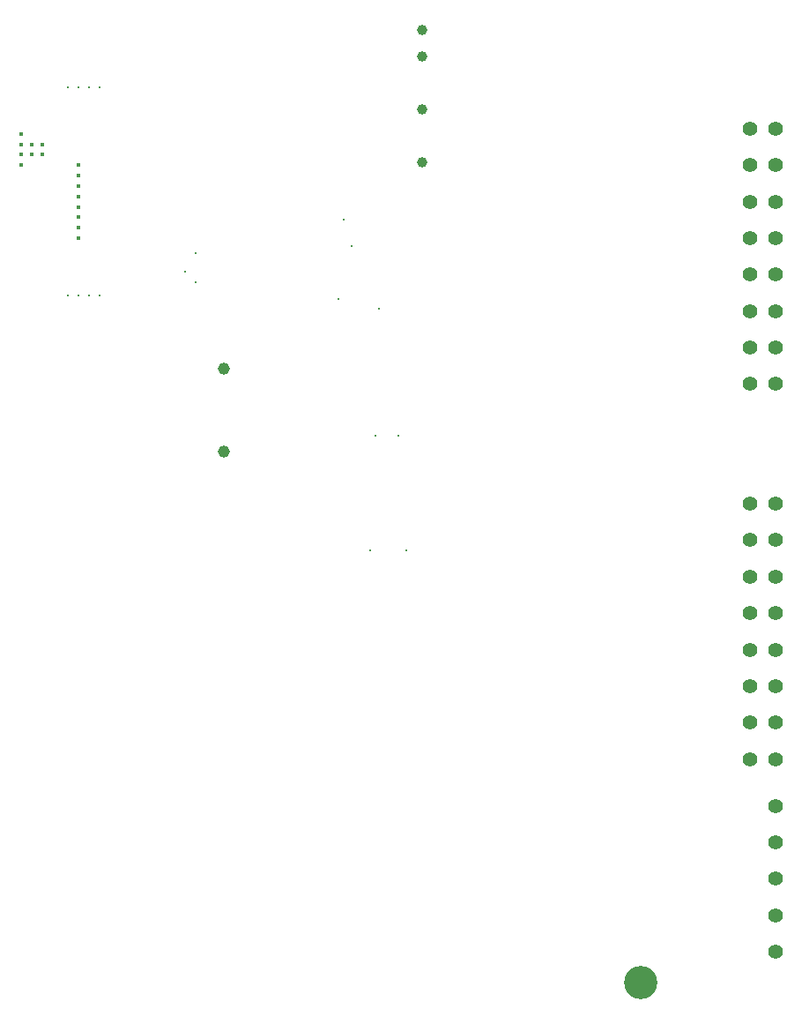
<source format=gbr>
%TF.GenerationSoftware,KiCad,Pcbnew,9.0.2*%
%TF.CreationDate,2025-06-09T15:51:03+03:00*%
%TF.ProjectId,PMCNV-AI8IU,504d434e-562d-4414-9938-49552e6b6963,rev?*%
%TF.SameCoordinates,Original*%
%TF.FileFunction,Plated,1,2,PTH,Drill*%
%TF.FilePolarity,Positive*%
%FSLAX46Y46*%
G04 Gerber Fmt 4.6, Leading zero omitted, Abs format (unit mm)*
G04 Created by KiCad (PCBNEW 9.0.2) date 2025-06-09 15:51:03*
%MOMM*%
%LPD*%
G01*
G04 APERTURE LIST*
%TA.AperFunction,ViaDrill*%
%ADD10C,0.300000*%
%TD*%
%TA.AperFunction,ViaDrill*%
%ADD11C,0.400000*%
%TD*%
%TA.AperFunction,ComponentDrill*%
%ADD12C,1.000000*%
%TD*%
%TA.AperFunction,ComponentDrill*%
%ADD13C,1.150000*%
%TD*%
%TA.AperFunction,ComponentDrill*%
%ADD14C,1.400000*%
%TD*%
%TA.AperFunction,ComponentDrill*%
%ADD15C,3.200000*%
%TD*%
G04 APERTURE END LIST*
D10*
X-33000000Y40000000D03*
X-33000000Y20000000D03*
X-32000000Y40000000D03*
X-32000000Y20000000D03*
X-31000000Y40000000D03*
X-31000000Y20000000D03*
X-30000000Y40000000D03*
X-30000000Y20000000D03*
X-21750000Y22250000D03*
X-20750000Y24095000D03*
X-20750000Y21250000D03*
X-7000000Y19685000D03*
X-6500000Y27305000D03*
X-5750000Y24750000D03*
X-4000000Y-4500000D03*
X-3500000Y6500000D03*
X-3150000Y18692629D03*
X-1250000Y6500000D03*
X-500000Y-4500000D03*
D11*
X-37500000Y35500000D03*
X-37500000Y34500000D03*
X-37500000Y33500000D03*
X-37500000Y32500000D03*
X-36500000Y34500000D03*
X-36500000Y33499996D03*
X-35500000Y34500000D03*
X-35500000Y33499996D03*
X-32000000Y32500000D03*
X-32000000Y31500000D03*
X-32000000Y30500000D03*
X-32000000Y29500000D03*
X-32000000Y28500000D03*
X-32000000Y27500000D03*
X-32000000Y26500000D03*
X-32000000Y25500000D03*
D12*
%TO.C,PS1*%
X1000000Y45500000D03*
X1000000Y42960000D03*
X1000000Y37880000D03*
X1000000Y32800000D03*
D13*
%TO.C,U2*%
X-18000000Y13000000D03*
%TO.C,U5*%
X-18000000Y5000000D03*
D14*
%TO.C,J4*%
X32500000Y36000000D03*
X32500000Y32500000D03*
X32500000Y29000000D03*
X32500000Y25500000D03*
X32500000Y22000000D03*
X32500000Y18500000D03*
X32500000Y15000000D03*
X32500000Y11500000D03*
%TO.C,J5*%
X32500000Y0D03*
X32500000Y-3500000D03*
X32500000Y-7000000D03*
X32500000Y-10500000D03*
X32500000Y-14000000D03*
X32500000Y-17500000D03*
X32500000Y-21000000D03*
X32500000Y-24500000D03*
%TO.C,J4*%
X35000000Y36000000D03*
X35000000Y32500000D03*
X35000000Y29000000D03*
X35000000Y25500000D03*
X35000000Y22000000D03*
X35000000Y18500000D03*
X35000000Y15000000D03*
X35000000Y11500000D03*
%TO.C,J5*%
X35000000Y0D03*
X35000000Y-3500000D03*
X35000000Y-7000000D03*
X35000000Y-10500000D03*
X35000000Y-14000000D03*
X35000000Y-17500000D03*
X35000000Y-21000000D03*
X35000000Y-24500000D03*
%TO.C,J6*%
X35000000Y-29000000D03*
X35000000Y-32500000D03*
X35000000Y-36000000D03*
X35000000Y-39500000D03*
X35000000Y-43000000D03*
D15*
%TO.C,D9*%
X22000000Y-46000000D03*
M02*

</source>
